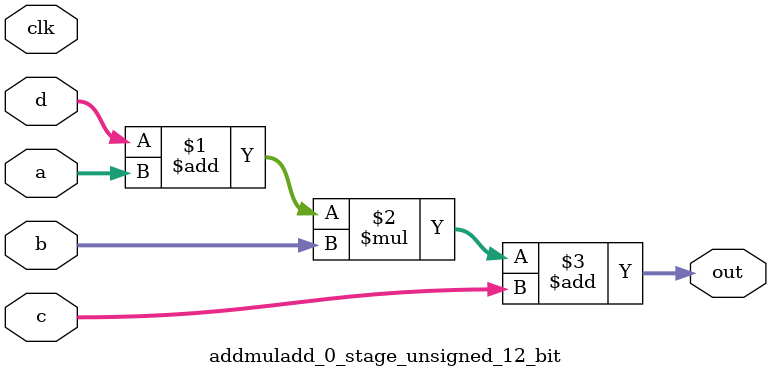
<source format=sv>
(* use_dsp = "yes" *) module addmuladd_0_stage_unsigned_12_bit(
	input  [11:0] a,
	input  [11:0] b,
	input  [11:0] c,
	input  [11:0] d,
	output [11:0] out,
	input clk);

	assign out = ((d + a) * b) + c;
endmodule

</source>
